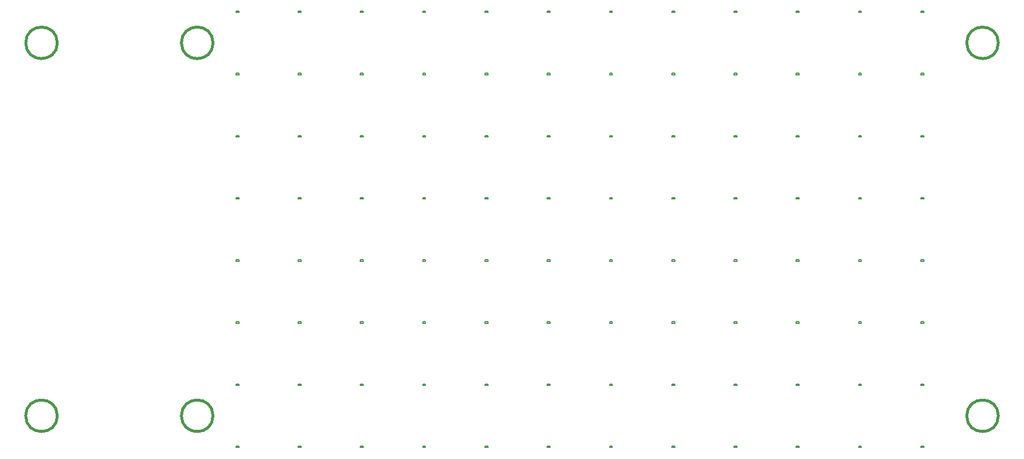
<source format=gto>
G04 (created by PCBNEW (2013-07-07 BZR 4022)-stable) date 5/10/2014 5:07:10 PM*
%MOIN*%
G04 Gerber Fmt 3.4, Leading zero omitted, Abs format*
%FSLAX34Y34*%
G01*
G70*
G90*
G04 APERTURE LIST*
%ADD10C,0.00590551*%
%ADD11C,0.015*%
%ADD12R,0.0905512X0.0905512*%
%ADD13C,0.0984252*%
%ADD14R,0.0472441X0.023622*%
%ADD15C,0.0629921*%
%ADD16R,0.06X0.06*%
%ADD17C,0.06*%
%ADD18C,0.16*%
G04 APERTURE END LIST*
G54D10*
X77992Y-39409D02*
X77992Y-39330D01*
X77992Y-39330D02*
X78149Y-39330D01*
X78149Y-39330D02*
X78149Y-39409D01*
X78149Y-39409D02*
X77992Y-39409D01*
X77992Y-42952D02*
X77992Y-42874D01*
X77992Y-42874D02*
X78149Y-42874D01*
X78149Y-42874D02*
X78149Y-42952D01*
X78149Y-42952D02*
X77992Y-42952D01*
X53188Y-64212D02*
X53188Y-64133D01*
X53188Y-64133D02*
X53346Y-64133D01*
X53346Y-64133D02*
X53346Y-64212D01*
X53346Y-64212D02*
X53188Y-64212D01*
X56732Y-53582D02*
X56732Y-53503D01*
X56732Y-53503D02*
X56889Y-53503D01*
X56889Y-53503D02*
X56889Y-53582D01*
X56889Y-53582D02*
X56732Y-53582D01*
X56732Y-57125D02*
X56732Y-57047D01*
X56732Y-57047D02*
X56889Y-57047D01*
X56889Y-57047D02*
X56889Y-57125D01*
X56889Y-57125D02*
X56732Y-57125D01*
X56732Y-60669D02*
X56732Y-60590D01*
X56732Y-60590D02*
X56889Y-60590D01*
X56889Y-60590D02*
X56889Y-60669D01*
X56889Y-60669D02*
X56732Y-60669D01*
X56732Y-64212D02*
X56732Y-64133D01*
X56732Y-64133D02*
X56889Y-64133D01*
X56889Y-64133D02*
X56889Y-64212D01*
X56889Y-64212D02*
X56732Y-64212D01*
X49645Y-53582D02*
X49645Y-53503D01*
X49645Y-53503D02*
X49803Y-53503D01*
X49803Y-53503D02*
X49803Y-53582D01*
X49803Y-53582D02*
X49645Y-53582D01*
X49645Y-57125D02*
X49645Y-57047D01*
X49645Y-57047D02*
X49803Y-57047D01*
X49803Y-57047D02*
X49803Y-57125D01*
X49803Y-57125D02*
X49645Y-57125D01*
X49645Y-60669D02*
X49645Y-60590D01*
X49645Y-60590D02*
X49803Y-60590D01*
X49803Y-60590D02*
X49803Y-60669D01*
X49803Y-60669D02*
X49645Y-60669D01*
X49645Y-64212D02*
X49645Y-64133D01*
X49645Y-64133D02*
X49803Y-64133D01*
X49803Y-64133D02*
X49803Y-64212D01*
X49803Y-64212D02*
X49645Y-64212D01*
X53188Y-53582D02*
X53188Y-53503D01*
X53188Y-53503D02*
X53346Y-53503D01*
X53346Y-53503D02*
X53346Y-53582D01*
X53346Y-53582D02*
X53188Y-53582D01*
X53188Y-57125D02*
X53188Y-57047D01*
X53188Y-57047D02*
X53346Y-57047D01*
X53346Y-57047D02*
X53346Y-57125D01*
X53346Y-57125D02*
X53188Y-57125D01*
X53188Y-60669D02*
X53188Y-60590D01*
X53188Y-60590D02*
X53346Y-60590D01*
X53346Y-60590D02*
X53346Y-60669D01*
X53346Y-60669D02*
X53188Y-60669D01*
X60275Y-64212D02*
X60275Y-64133D01*
X60275Y-64133D02*
X60433Y-64133D01*
X60433Y-64133D02*
X60433Y-64212D01*
X60433Y-64212D02*
X60275Y-64212D01*
X46102Y-53582D02*
X46102Y-53503D01*
X46102Y-53503D02*
X46259Y-53503D01*
X46259Y-53503D02*
X46259Y-53582D01*
X46259Y-53582D02*
X46102Y-53582D01*
X46102Y-57125D02*
X46102Y-57047D01*
X46102Y-57047D02*
X46259Y-57047D01*
X46259Y-57047D02*
X46259Y-57125D01*
X46259Y-57125D02*
X46102Y-57125D01*
X46102Y-60669D02*
X46102Y-60590D01*
X46102Y-60590D02*
X46259Y-60590D01*
X46259Y-60590D02*
X46259Y-60669D01*
X46259Y-60669D02*
X46102Y-60669D01*
X46102Y-64212D02*
X46102Y-64133D01*
X46102Y-64133D02*
X46259Y-64133D01*
X46259Y-64133D02*
X46259Y-64212D01*
X46259Y-64212D02*
X46102Y-64212D01*
X42559Y-53582D02*
X42559Y-53503D01*
X42559Y-53503D02*
X42716Y-53503D01*
X42716Y-53503D02*
X42716Y-53582D01*
X42716Y-53582D02*
X42559Y-53582D01*
X42559Y-57125D02*
X42559Y-57047D01*
X42559Y-57047D02*
X42716Y-57047D01*
X42716Y-57047D02*
X42716Y-57125D01*
X42716Y-57125D02*
X42559Y-57125D01*
X42559Y-60669D02*
X42559Y-60590D01*
X42559Y-60590D02*
X42716Y-60590D01*
X42716Y-60590D02*
X42716Y-60669D01*
X42716Y-60669D02*
X42559Y-60669D01*
X42559Y-64212D02*
X42559Y-64133D01*
X42559Y-64133D02*
X42716Y-64133D01*
X42716Y-64133D02*
X42716Y-64212D01*
X42716Y-64212D02*
X42559Y-64212D01*
X39015Y-53582D02*
X39015Y-53503D01*
X39015Y-53503D02*
X39173Y-53503D01*
X39173Y-53503D02*
X39173Y-53582D01*
X39173Y-53582D02*
X39015Y-53582D01*
X39015Y-57125D02*
X39015Y-57047D01*
X39015Y-57047D02*
X39173Y-57047D01*
X39173Y-57047D02*
X39173Y-57125D01*
X39173Y-57125D02*
X39015Y-57125D01*
X63818Y-64212D02*
X63818Y-64133D01*
X63818Y-64133D02*
X63976Y-64133D01*
X63976Y-64133D02*
X63976Y-64212D01*
X63976Y-64212D02*
X63818Y-64212D01*
X77992Y-53582D02*
X77992Y-53503D01*
X77992Y-53503D02*
X78149Y-53503D01*
X78149Y-53503D02*
X78149Y-53582D01*
X78149Y-53582D02*
X77992Y-53582D01*
X77992Y-57125D02*
X77992Y-57047D01*
X77992Y-57047D02*
X78149Y-57047D01*
X78149Y-57047D02*
X78149Y-57125D01*
X78149Y-57125D02*
X77992Y-57125D01*
X77992Y-60669D02*
X77992Y-60590D01*
X77992Y-60590D02*
X78149Y-60590D01*
X78149Y-60590D02*
X78149Y-60669D01*
X78149Y-60669D02*
X77992Y-60669D01*
X77992Y-64212D02*
X77992Y-64133D01*
X77992Y-64133D02*
X78149Y-64133D01*
X78149Y-64133D02*
X78149Y-64212D01*
X78149Y-64212D02*
X77992Y-64212D01*
X70905Y-53582D02*
X70905Y-53503D01*
X70905Y-53503D02*
X71062Y-53503D01*
X71062Y-53503D02*
X71062Y-53582D01*
X71062Y-53582D02*
X70905Y-53582D01*
X70905Y-57125D02*
X70905Y-57047D01*
X70905Y-57047D02*
X71062Y-57047D01*
X71062Y-57047D02*
X71062Y-57125D01*
X71062Y-57125D02*
X70905Y-57125D01*
X70905Y-60669D02*
X70905Y-60590D01*
X70905Y-60590D02*
X71062Y-60590D01*
X71062Y-60590D02*
X71062Y-60669D01*
X71062Y-60669D02*
X70905Y-60669D01*
X70905Y-64212D02*
X70905Y-64133D01*
X70905Y-64133D02*
X71062Y-64133D01*
X71062Y-64133D02*
X71062Y-64212D01*
X71062Y-64212D02*
X70905Y-64212D01*
X63818Y-53582D02*
X63818Y-53503D01*
X63818Y-53503D02*
X63976Y-53503D01*
X63976Y-53503D02*
X63976Y-53582D01*
X63976Y-53582D02*
X63818Y-53582D01*
X63818Y-57125D02*
X63818Y-57047D01*
X63818Y-57047D02*
X63976Y-57047D01*
X63976Y-57047D02*
X63976Y-57125D01*
X63976Y-57125D02*
X63818Y-57125D01*
X63818Y-60669D02*
X63818Y-60590D01*
X63818Y-60590D02*
X63976Y-60590D01*
X63976Y-60590D02*
X63976Y-60669D01*
X63976Y-60669D02*
X63818Y-60669D01*
X39015Y-60669D02*
X39015Y-60590D01*
X39015Y-60590D02*
X39173Y-60590D01*
X39173Y-60590D02*
X39173Y-60669D01*
X39173Y-60669D02*
X39015Y-60669D01*
X74448Y-53582D02*
X74448Y-53503D01*
X74448Y-53503D02*
X74606Y-53503D01*
X74606Y-53503D02*
X74606Y-53582D01*
X74606Y-53582D02*
X74448Y-53582D01*
X74448Y-57125D02*
X74448Y-57047D01*
X74448Y-57047D02*
X74606Y-57047D01*
X74606Y-57047D02*
X74606Y-57125D01*
X74606Y-57125D02*
X74448Y-57125D01*
X74448Y-60669D02*
X74448Y-60590D01*
X74448Y-60590D02*
X74606Y-60590D01*
X74606Y-60590D02*
X74606Y-60669D01*
X74606Y-60669D02*
X74448Y-60669D01*
X74448Y-64212D02*
X74448Y-64133D01*
X74448Y-64133D02*
X74606Y-64133D01*
X74606Y-64133D02*
X74606Y-64212D01*
X74606Y-64212D02*
X74448Y-64212D01*
X67362Y-53582D02*
X67362Y-53503D01*
X67362Y-53503D02*
X67519Y-53503D01*
X67519Y-53503D02*
X67519Y-53582D01*
X67519Y-53582D02*
X67362Y-53582D01*
X67362Y-57125D02*
X67362Y-57047D01*
X67362Y-57047D02*
X67519Y-57047D01*
X67519Y-57047D02*
X67519Y-57125D01*
X67519Y-57125D02*
X67362Y-57125D01*
X67362Y-60669D02*
X67362Y-60590D01*
X67362Y-60590D02*
X67519Y-60590D01*
X67519Y-60590D02*
X67519Y-60669D01*
X67519Y-60669D02*
X67362Y-60669D01*
X60275Y-53582D02*
X60275Y-53503D01*
X60275Y-53503D02*
X60433Y-53503D01*
X60433Y-53503D02*
X60433Y-53582D01*
X60433Y-53582D02*
X60275Y-53582D01*
X60275Y-57125D02*
X60275Y-57047D01*
X60275Y-57047D02*
X60433Y-57047D01*
X60433Y-57047D02*
X60433Y-57125D01*
X60433Y-57125D02*
X60275Y-57125D01*
X60275Y-60669D02*
X60275Y-60590D01*
X60275Y-60590D02*
X60433Y-60590D01*
X60433Y-60590D02*
X60433Y-60669D01*
X60433Y-60669D02*
X60275Y-60669D01*
X63818Y-42952D02*
X63818Y-42874D01*
X63818Y-42874D02*
X63976Y-42874D01*
X63976Y-42874D02*
X63976Y-42952D01*
X63976Y-42952D02*
X63818Y-42952D01*
X56732Y-42952D02*
X56732Y-42874D01*
X56732Y-42874D02*
X56889Y-42874D01*
X56889Y-42874D02*
X56889Y-42952D01*
X56889Y-42952D02*
X56732Y-42952D01*
X56732Y-39409D02*
X56732Y-39330D01*
X56732Y-39330D02*
X56889Y-39330D01*
X56889Y-39330D02*
X56889Y-39409D01*
X56889Y-39409D02*
X56732Y-39409D01*
X60275Y-50039D02*
X60275Y-49960D01*
X60275Y-49960D02*
X60433Y-49960D01*
X60433Y-49960D02*
X60433Y-50039D01*
X60433Y-50039D02*
X60275Y-50039D01*
X60275Y-46496D02*
X60275Y-46417D01*
X60275Y-46417D02*
X60433Y-46417D01*
X60433Y-46417D02*
X60433Y-46496D01*
X60433Y-46496D02*
X60275Y-46496D01*
X60275Y-42952D02*
X60275Y-42874D01*
X60275Y-42874D02*
X60433Y-42874D01*
X60433Y-42874D02*
X60433Y-42952D01*
X60433Y-42952D02*
X60275Y-42952D01*
X60275Y-39409D02*
X60275Y-39330D01*
X60275Y-39330D02*
X60433Y-39330D01*
X60433Y-39330D02*
X60433Y-39409D01*
X60433Y-39409D02*
X60275Y-39409D01*
X67362Y-50039D02*
X67362Y-49960D01*
X67362Y-49960D02*
X67519Y-49960D01*
X67519Y-49960D02*
X67519Y-50039D01*
X67519Y-50039D02*
X67362Y-50039D01*
X67362Y-46496D02*
X67362Y-46417D01*
X67362Y-46417D02*
X67519Y-46417D01*
X67519Y-46417D02*
X67519Y-46496D01*
X67519Y-46496D02*
X67362Y-46496D01*
X67362Y-42952D02*
X67362Y-42874D01*
X67362Y-42874D02*
X67519Y-42874D01*
X67519Y-42874D02*
X67519Y-42952D01*
X67519Y-42952D02*
X67362Y-42952D01*
X67362Y-39409D02*
X67362Y-39330D01*
X67362Y-39330D02*
X67519Y-39330D01*
X67519Y-39330D02*
X67519Y-39409D01*
X67519Y-39409D02*
X67362Y-39409D01*
X63818Y-50039D02*
X63818Y-49960D01*
X63818Y-49960D02*
X63976Y-49960D01*
X63976Y-49960D02*
X63976Y-50039D01*
X63976Y-50039D02*
X63818Y-50039D01*
X56732Y-46496D02*
X56732Y-46417D01*
X56732Y-46417D02*
X56889Y-46417D01*
X56889Y-46417D02*
X56889Y-46496D01*
X56889Y-46496D02*
X56732Y-46496D01*
X63818Y-39409D02*
X63818Y-39330D01*
X63818Y-39330D02*
X63976Y-39330D01*
X63976Y-39330D02*
X63976Y-39409D01*
X63976Y-39409D02*
X63818Y-39409D01*
X70905Y-50039D02*
X70905Y-49960D01*
X70905Y-49960D02*
X71062Y-49960D01*
X71062Y-49960D02*
X71062Y-50039D01*
X71062Y-50039D02*
X70905Y-50039D01*
X70905Y-46496D02*
X70905Y-46417D01*
X70905Y-46417D02*
X71062Y-46417D01*
X71062Y-46417D02*
X71062Y-46496D01*
X71062Y-46496D02*
X70905Y-46496D01*
X70905Y-42952D02*
X70905Y-42874D01*
X70905Y-42874D02*
X71062Y-42874D01*
X71062Y-42874D02*
X71062Y-42952D01*
X71062Y-42952D02*
X70905Y-42952D01*
X70905Y-39409D02*
X70905Y-39330D01*
X70905Y-39330D02*
X71062Y-39330D01*
X71062Y-39330D02*
X71062Y-39409D01*
X71062Y-39409D02*
X70905Y-39409D01*
X74448Y-50039D02*
X74448Y-49960D01*
X74448Y-49960D02*
X74606Y-49960D01*
X74606Y-49960D02*
X74606Y-50039D01*
X74606Y-50039D02*
X74448Y-50039D01*
X74448Y-46496D02*
X74448Y-46417D01*
X74448Y-46417D02*
X74606Y-46417D01*
X74606Y-46417D02*
X74606Y-46496D01*
X74606Y-46496D02*
X74448Y-46496D01*
X74448Y-42952D02*
X74448Y-42874D01*
X74448Y-42874D02*
X74606Y-42874D01*
X74606Y-42874D02*
X74606Y-42952D01*
X74606Y-42952D02*
X74448Y-42952D01*
X74448Y-39409D02*
X74448Y-39330D01*
X74448Y-39330D02*
X74606Y-39330D01*
X74606Y-39330D02*
X74606Y-39409D01*
X74606Y-39409D02*
X74448Y-39409D01*
X77992Y-50039D02*
X77992Y-49960D01*
X77992Y-49960D02*
X78149Y-49960D01*
X78149Y-49960D02*
X78149Y-50039D01*
X78149Y-50039D02*
X77992Y-50039D01*
X53188Y-42952D02*
X53188Y-42874D01*
X53188Y-42874D02*
X53346Y-42874D01*
X53346Y-42874D02*
X53346Y-42952D01*
X53346Y-42952D02*
X53188Y-42952D01*
X39015Y-64212D02*
X39015Y-64133D01*
X39015Y-64133D02*
X39173Y-64133D01*
X39173Y-64133D02*
X39173Y-64212D01*
X39173Y-64212D02*
X39015Y-64212D01*
X39015Y-50039D02*
X39015Y-49960D01*
X39015Y-49960D02*
X39173Y-49960D01*
X39173Y-49960D02*
X39173Y-50039D01*
X39173Y-50039D02*
X39015Y-50039D01*
X39015Y-46496D02*
X39015Y-46417D01*
X39015Y-46417D02*
X39173Y-46417D01*
X39173Y-46417D02*
X39173Y-46496D01*
X39173Y-46496D02*
X39015Y-46496D01*
X39015Y-42952D02*
X39015Y-42874D01*
X39015Y-42874D02*
X39173Y-42874D01*
X39173Y-42874D02*
X39173Y-42952D01*
X39173Y-42952D02*
X39015Y-42952D01*
X39015Y-39409D02*
X39015Y-39330D01*
X39015Y-39330D02*
X39173Y-39330D01*
X39173Y-39330D02*
X39173Y-39409D01*
X39173Y-39409D02*
X39015Y-39409D01*
X46102Y-50039D02*
X46102Y-49960D01*
X46102Y-49960D02*
X46259Y-49960D01*
X46259Y-49960D02*
X46259Y-50039D01*
X46259Y-50039D02*
X46102Y-50039D01*
X46102Y-46496D02*
X46102Y-46417D01*
X46102Y-46417D02*
X46259Y-46417D01*
X46259Y-46417D02*
X46259Y-46496D01*
X46259Y-46496D02*
X46102Y-46496D01*
X46102Y-42952D02*
X46102Y-42874D01*
X46102Y-42874D02*
X46259Y-42874D01*
X46259Y-42874D02*
X46259Y-42952D01*
X46259Y-42952D02*
X46102Y-42952D01*
X46102Y-39409D02*
X46102Y-39330D01*
X46102Y-39330D02*
X46259Y-39330D01*
X46259Y-39330D02*
X46259Y-39409D01*
X46259Y-39409D02*
X46102Y-39409D01*
X53188Y-50039D02*
X53188Y-49960D01*
X53188Y-49960D02*
X53346Y-49960D01*
X53346Y-49960D02*
X53346Y-50039D01*
X53346Y-50039D02*
X53188Y-50039D01*
X53188Y-46496D02*
X53188Y-46417D01*
X53188Y-46417D02*
X53346Y-46417D01*
X53346Y-46417D02*
X53346Y-46496D01*
X53346Y-46496D02*
X53188Y-46496D01*
X77992Y-46496D02*
X77992Y-46417D01*
X77992Y-46417D02*
X78149Y-46417D01*
X78149Y-46417D02*
X78149Y-46496D01*
X78149Y-46496D02*
X77992Y-46496D01*
X53188Y-39409D02*
X53188Y-39330D01*
X53188Y-39330D02*
X53346Y-39330D01*
X53346Y-39330D02*
X53346Y-39409D01*
X53346Y-39409D02*
X53188Y-39409D01*
X42559Y-50039D02*
X42559Y-49960D01*
X42559Y-49960D02*
X42716Y-49960D01*
X42716Y-49960D02*
X42716Y-50039D01*
X42716Y-50039D02*
X42559Y-50039D01*
X42559Y-46496D02*
X42559Y-46417D01*
X42559Y-46417D02*
X42716Y-46417D01*
X42716Y-46417D02*
X42716Y-46496D01*
X42716Y-46496D02*
X42559Y-46496D01*
X42559Y-42952D02*
X42559Y-42874D01*
X42559Y-42874D02*
X42716Y-42874D01*
X42716Y-42874D02*
X42716Y-42952D01*
X42716Y-42952D02*
X42559Y-42952D01*
X42559Y-39409D02*
X42559Y-39330D01*
X42559Y-39330D02*
X42716Y-39330D01*
X42716Y-39330D02*
X42716Y-39409D01*
X42716Y-39409D02*
X42559Y-39409D01*
X49645Y-50039D02*
X49645Y-49960D01*
X49645Y-49960D02*
X49803Y-49960D01*
X49803Y-49960D02*
X49803Y-50039D01*
X49803Y-50039D02*
X49645Y-50039D01*
X49645Y-46496D02*
X49645Y-46417D01*
X49645Y-46417D02*
X49803Y-46417D01*
X49803Y-46417D02*
X49803Y-46496D01*
X49803Y-46496D02*
X49645Y-46496D01*
X49645Y-42952D02*
X49645Y-42874D01*
X49645Y-42874D02*
X49803Y-42874D01*
X49803Y-42874D02*
X49803Y-42952D01*
X49803Y-42952D02*
X49645Y-42952D01*
X49645Y-39409D02*
X49645Y-39330D01*
X49645Y-39330D02*
X49803Y-39330D01*
X49803Y-39330D02*
X49803Y-39409D01*
X49803Y-39409D02*
X49645Y-39409D01*
X56732Y-50039D02*
X56732Y-49960D01*
X56732Y-49960D02*
X56889Y-49960D01*
X56889Y-49960D02*
X56889Y-50039D01*
X56889Y-50039D02*
X56732Y-50039D01*
X63818Y-46496D02*
X63818Y-46417D01*
X63818Y-46417D02*
X63976Y-46417D01*
X63976Y-46417D02*
X63976Y-46496D01*
X63976Y-46496D02*
X63818Y-46496D01*
X67362Y-64212D02*
X67362Y-64133D01*
X67362Y-64133D02*
X67519Y-64133D01*
X67519Y-64133D02*
X67519Y-64212D01*
X67519Y-64212D02*
X67362Y-64212D01*
G54D11*
X82396Y-62401D02*
G75*
G03X82396Y-62401I-900J0D01*
G74*
G01*
X82396Y-41141D02*
G75*
G03X82396Y-41141I-900J0D01*
G74*
G01*
X28852Y-62401D02*
G75*
G03X28852Y-62401I-900J0D01*
G74*
G01*
X37711Y-62401D02*
G75*
G03X37711Y-62401I-900J0D01*
G74*
G01*
X37711Y-41141D02*
G75*
G03X37711Y-41141I-900J0D01*
G74*
G01*
X28852Y-41141D02*
G75*
G03X28852Y-41141I-900J0D01*
G74*
G01*
%LPC*%
G54D12*
X28307Y-64062D03*
G54D13*
X28307Y-65622D03*
G54D14*
X78818Y-39183D03*
X78818Y-39557D03*
X77874Y-39557D03*
X77874Y-39183D03*
G54D15*
X27165Y-50275D03*
X27165Y-59783D03*
G54D16*
X28059Y-42897D03*
G54D17*
X27059Y-42897D03*
X28059Y-43897D03*
X27059Y-43897D03*
X28059Y-44897D03*
X27059Y-44897D03*
G54D16*
X27165Y-48244D03*
G54D17*
X27165Y-47244D03*
X27165Y-46244D03*
G54D14*
X78818Y-42726D03*
X78818Y-43100D03*
X77874Y-43100D03*
X77874Y-42726D03*
X54015Y-63986D03*
X54015Y-64360D03*
X53070Y-64360D03*
X53070Y-63986D03*
X57559Y-53356D03*
X57559Y-53730D03*
X56614Y-53730D03*
X56614Y-53356D03*
X57559Y-56899D03*
X57559Y-57273D03*
X56614Y-57273D03*
X56614Y-56899D03*
X57559Y-60442D03*
X57559Y-60816D03*
X56614Y-60816D03*
X56614Y-60442D03*
X57559Y-63986D03*
X57559Y-64360D03*
X56614Y-64360D03*
X56614Y-63986D03*
X50472Y-53356D03*
X50472Y-53730D03*
X49527Y-53730D03*
X49527Y-53356D03*
X50472Y-56899D03*
X50472Y-57273D03*
X49527Y-57273D03*
X49527Y-56899D03*
X50472Y-60442D03*
X50472Y-60816D03*
X49527Y-60816D03*
X49527Y-60442D03*
X50472Y-63986D03*
X50472Y-64360D03*
X49527Y-64360D03*
X49527Y-63986D03*
X54015Y-53356D03*
X54015Y-53730D03*
X53070Y-53730D03*
X53070Y-53356D03*
X54015Y-56899D03*
X54015Y-57273D03*
X53070Y-57273D03*
X53070Y-56899D03*
X54015Y-60442D03*
X54015Y-60816D03*
X53070Y-60816D03*
X53070Y-60442D03*
X61102Y-63986D03*
X61102Y-64360D03*
X60157Y-64360D03*
X60157Y-63986D03*
X46929Y-53356D03*
X46929Y-53730D03*
X45984Y-53730D03*
X45984Y-53356D03*
X46929Y-56899D03*
X46929Y-57273D03*
X45984Y-57273D03*
X45984Y-56899D03*
X46929Y-60442D03*
X46929Y-60816D03*
X45984Y-60816D03*
X45984Y-60442D03*
X46929Y-63986D03*
X46929Y-64360D03*
X45984Y-64360D03*
X45984Y-63986D03*
X43385Y-53356D03*
X43385Y-53730D03*
X42440Y-53730D03*
X42440Y-53356D03*
X43385Y-56899D03*
X43385Y-57273D03*
X42440Y-57273D03*
X42440Y-56899D03*
X43385Y-60442D03*
X43385Y-60816D03*
X42440Y-60816D03*
X42440Y-60442D03*
X43385Y-63986D03*
X43385Y-64360D03*
X42440Y-64360D03*
X42440Y-63986D03*
X39842Y-53356D03*
X39842Y-53730D03*
X38897Y-53730D03*
X38897Y-53356D03*
X39842Y-56899D03*
X39842Y-57273D03*
X38897Y-57273D03*
X38897Y-56899D03*
X64645Y-63986D03*
X64645Y-64360D03*
X63700Y-64360D03*
X63700Y-63986D03*
X78818Y-53356D03*
X78818Y-53730D03*
X77874Y-53730D03*
X77874Y-53356D03*
X78818Y-56899D03*
X78818Y-57273D03*
X77874Y-57273D03*
X77874Y-56899D03*
X78818Y-60442D03*
X78818Y-60816D03*
X77874Y-60816D03*
X77874Y-60442D03*
X78818Y-63986D03*
X78818Y-64360D03*
X77874Y-64360D03*
X77874Y-63986D03*
X71732Y-53356D03*
X71732Y-53730D03*
X70787Y-53730D03*
X70787Y-53356D03*
X71732Y-56899D03*
X71732Y-57273D03*
X70787Y-57273D03*
X70787Y-56899D03*
X71732Y-60442D03*
X71732Y-60816D03*
X70787Y-60816D03*
X70787Y-60442D03*
X71732Y-63986D03*
X71732Y-64360D03*
X70787Y-64360D03*
X70787Y-63986D03*
X64645Y-53356D03*
X64645Y-53730D03*
X63700Y-53730D03*
X63700Y-53356D03*
X64645Y-56899D03*
X64645Y-57273D03*
X63700Y-57273D03*
X63700Y-56899D03*
X64645Y-60442D03*
X64645Y-60816D03*
X63700Y-60816D03*
X63700Y-60442D03*
X39842Y-60442D03*
X39842Y-60816D03*
X38897Y-60816D03*
X38897Y-60442D03*
X75275Y-53356D03*
X75275Y-53730D03*
X74330Y-53730D03*
X74330Y-53356D03*
X75275Y-56899D03*
X75275Y-57273D03*
X74330Y-57273D03*
X74330Y-56899D03*
X75275Y-60442D03*
X75275Y-60816D03*
X74330Y-60816D03*
X74330Y-60442D03*
X75275Y-63986D03*
X75275Y-64360D03*
X74330Y-64360D03*
X74330Y-63986D03*
X68188Y-53356D03*
X68188Y-53730D03*
X67244Y-53730D03*
X67244Y-53356D03*
X68188Y-56899D03*
X68188Y-57273D03*
X67244Y-57273D03*
X67244Y-56899D03*
X68188Y-60442D03*
X68188Y-60816D03*
X67244Y-60816D03*
X67244Y-60442D03*
X61102Y-53356D03*
X61102Y-53730D03*
X60157Y-53730D03*
X60157Y-53356D03*
X61102Y-56899D03*
X61102Y-57273D03*
X60157Y-57273D03*
X60157Y-56899D03*
X61102Y-60442D03*
X61102Y-60816D03*
X60157Y-60816D03*
X60157Y-60442D03*
X64645Y-42726D03*
X64645Y-43100D03*
X63700Y-43100D03*
X63700Y-42726D03*
X57559Y-42726D03*
X57559Y-43100D03*
X56614Y-43100D03*
X56614Y-42726D03*
X57559Y-39183D03*
X57559Y-39557D03*
X56614Y-39557D03*
X56614Y-39183D03*
X61102Y-49812D03*
X61102Y-50187D03*
X60157Y-50187D03*
X60157Y-49812D03*
X61102Y-46269D03*
X61102Y-46643D03*
X60157Y-46643D03*
X60157Y-46269D03*
X61102Y-42726D03*
X61102Y-43100D03*
X60157Y-43100D03*
X60157Y-42726D03*
X61102Y-39183D03*
X61102Y-39557D03*
X60157Y-39557D03*
X60157Y-39183D03*
X68188Y-49812D03*
X68188Y-50187D03*
X67244Y-50187D03*
X67244Y-49812D03*
X68188Y-46269D03*
X68188Y-46643D03*
X67244Y-46643D03*
X67244Y-46269D03*
X68188Y-42726D03*
X68188Y-43100D03*
X67244Y-43100D03*
X67244Y-42726D03*
X68188Y-39183D03*
X68188Y-39557D03*
X67244Y-39557D03*
X67244Y-39183D03*
X64645Y-49812D03*
X64645Y-50187D03*
X63700Y-50187D03*
X63700Y-49812D03*
X57559Y-46269D03*
X57559Y-46643D03*
X56614Y-46643D03*
X56614Y-46269D03*
X64645Y-39183D03*
X64645Y-39557D03*
X63700Y-39557D03*
X63700Y-39183D03*
X71732Y-49812D03*
X71732Y-50187D03*
X70787Y-50187D03*
X70787Y-49812D03*
X71732Y-46269D03*
X71732Y-46643D03*
X70787Y-46643D03*
X70787Y-46269D03*
X71732Y-42726D03*
X71732Y-43100D03*
X70787Y-43100D03*
X70787Y-42726D03*
X71732Y-39183D03*
X71732Y-39557D03*
X70787Y-39557D03*
X70787Y-39183D03*
X75275Y-49812D03*
X75275Y-50187D03*
X74330Y-50187D03*
X74330Y-49812D03*
X75275Y-46269D03*
X75275Y-46643D03*
X74330Y-46643D03*
X74330Y-46269D03*
X75275Y-42726D03*
X75275Y-43100D03*
X74330Y-43100D03*
X74330Y-42726D03*
X75275Y-39183D03*
X75275Y-39557D03*
X74330Y-39557D03*
X74330Y-39183D03*
X78818Y-49812D03*
X78818Y-50187D03*
X77874Y-50187D03*
X77874Y-49812D03*
X54015Y-42726D03*
X54015Y-43100D03*
X53070Y-43100D03*
X53070Y-42726D03*
X39842Y-63986D03*
X39842Y-64360D03*
X38897Y-64360D03*
X38897Y-63986D03*
X39842Y-49812D03*
X39842Y-50187D03*
X38897Y-50187D03*
X38897Y-49812D03*
X39842Y-46269D03*
X39842Y-46643D03*
X38897Y-46643D03*
X38897Y-46269D03*
X39842Y-42726D03*
X39842Y-43100D03*
X38897Y-43100D03*
X38897Y-42726D03*
X39842Y-39183D03*
X39842Y-39557D03*
X38897Y-39557D03*
X38897Y-39183D03*
X46929Y-49812D03*
X46929Y-50187D03*
X45984Y-50187D03*
X45984Y-49812D03*
X46929Y-46269D03*
X46929Y-46643D03*
X45984Y-46643D03*
X45984Y-46269D03*
X46929Y-42726D03*
X46929Y-43100D03*
X45984Y-43100D03*
X45984Y-42726D03*
X46929Y-39183D03*
X46929Y-39557D03*
X45984Y-39557D03*
X45984Y-39183D03*
X54015Y-49812D03*
X54015Y-50187D03*
X53070Y-50187D03*
X53070Y-49812D03*
X54015Y-46269D03*
X54015Y-46643D03*
X53070Y-46643D03*
X53070Y-46269D03*
X78818Y-46269D03*
X78818Y-46643D03*
X77874Y-46643D03*
X77874Y-46269D03*
X54015Y-39183D03*
X54015Y-39557D03*
X53070Y-39557D03*
X53070Y-39183D03*
X43385Y-49812D03*
X43385Y-50187D03*
X42440Y-50187D03*
X42440Y-49812D03*
X43385Y-46269D03*
X43385Y-46643D03*
X42440Y-46643D03*
X42440Y-46269D03*
X43385Y-42726D03*
X43385Y-43100D03*
X42440Y-43100D03*
X42440Y-42726D03*
X43385Y-39183D03*
X43385Y-39557D03*
X42440Y-39557D03*
X42440Y-39183D03*
X50472Y-49812D03*
X50472Y-50187D03*
X49527Y-50187D03*
X49527Y-49812D03*
X50472Y-46269D03*
X50472Y-46643D03*
X49527Y-46643D03*
X49527Y-46269D03*
X50472Y-42726D03*
X50472Y-43100D03*
X49527Y-43100D03*
X49527Y-42726D03*
X50472Y-39183D03*
X50472Y-39557D03*
X49527Y-39557D03*
X49527Y-39183D03*
X57559Y-49812D03*
X57559Y-50187D03*
X56614Y-50187D03*
X56614Y-49812D03*
X64645Y-46269D03*
X64645Y-46643D03*
X63700Y-46643D03*
X63700Y-46269D03*
X68188Y-63986D03*
X68188Y-64360D03*
X67244Y-64360D03*
X67244Y-63986D03*
G54D18*
X81496Y-62401D03*
X81496Y-41141D03*
X27952Y-62401D03*
X36811Y-62401D03*
X36811Y-41141D03*
X27952Y-41141D03*
M02*

</source>
